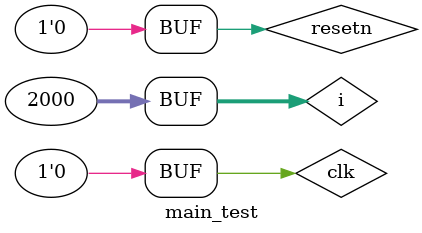
<source format=v>
`timescale 1ns / 1ps

module main_test;

   // Inputs
   reg clk, resetn=1;
   reg iSig_RegDst;
   reg [1:0] iSig_ALUOp;
   reg iSig_ALUSrc;
   reg [31:0] iadder_branch_result;
   reg [31:0] iregfile_read_1, iregfile_read_2;
   reg [31:0] iimm;
   reg [4:0] iins2016, iins1511;

   wire [31:0] o_adder_branch_result;
   wire oALU_zero;
   wire [31:0] oALU_result, oregfile_read_2;
   wire [4:0] oreg_write_reg;


   integer    i;

   // Instantiate the Unit Under Test (UUT)
   Execute uut(
         clk,
         rstn,
         iSig_RegDst,
         iSig_ALUOp,
         iSig_ALUSrc,
         iadder_branch_result,
         iregfile_read_1,
         iregfile_read_2,
         iimm,
         iins2016,
         iins1511,
         o_adder_branch_result,
         oALU_zero,
         oALU_result,
         oregfile_read_2,
         oreg_write_reg
         );

   initial begin
      /// Initialize Inputs
      resetn = 0;
      #10;

      // #1;
   end

   initial begin
      clk = 0;
      for (i = 0; i < 2000; i = i + 1)
	#25 clk = ~clk;
   end


   initial begin
      $dumpfile("./main_test.vcd");
      $dumpvars;
   end

endmodule

</source>
